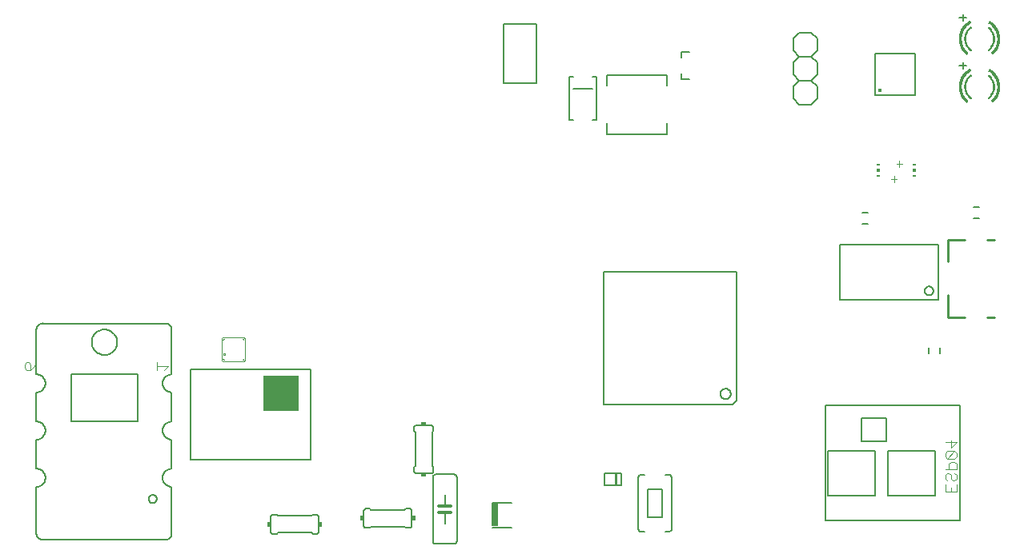
<source format=gbo>
G75*
G70*
%OFA0B0*%
%FSLAX24Y24*%
%IPPOS*%
%LPD*%
%AMOC8*
5,1,8,0,0,1.08239X$1,22.5*
%
%ADD10C,0.0060*%
%ADD11C,0.0100*%
%ADD12C,0.0030*%
%ADD13R,0.0118X0.0059*%
%ADD14R,0.0118X0.0118*%
%ADD15C,0.0010*%
%ADD16C,0.0050*%
%ADD17R,0.0150X0.0200*%
%ADD18C,0.0080*%
%ADD19R,0.0266X0.0965*%
%ADD20C,0.0120*%
%ADD21R,0.0200X0.0150*%
%ADD22C,0.0040*%
%ADD23R,0.1500X0.1500*%
%ADD24C,0.0020*%
%ADD25C,0.0008*%
%ADD26C,0.0176*%
D10*
X013007Y005522D02*
X013007Y006122D01*
X013009Y006139D01*
X013013Y006156D01*
X013020Y006172D01*
X013030Y006186D01*
X013043Y006199D01*
X013057Y006209D01*
X013073Y006216D01*
X013090Y006220D01*
X013107Y006222D01*
X013257Y006222D01*
X013307Y006172D01*
X014707Y006172D01*
X014757Y006222D01*
X014907Y006222D01*
X014924Y006220D01*
X014941Y006216D01*
X014957Y006209D01*
X014971Y006199D01*
X014984Y006186D01*
X014994Y006172D01*
X015001Y006156D01*
X015005Y006139D01*
X015007Y006122D01*
X015007Y005522D01*
X015005Y005505D01*
X015001Y005488D01*
X014994Y005472D01*
X014984Y005458D01*
X014971Y005445D01*
X014957Y005435D01*
X014941Y005428D01*
X014924Y005424D01*
X014907Y005422D01*
X014757Y005422D01*
X014707Y005472D01*
X013307Y005472D01*
X013257Y005422D01*
X013107Y005422D01*
X013090Y005424D01*
X013073Y005428D01*
X013057Y005435D01*
X013043Y005445D01*
X013030Y005458D01*
X013020Y005472D01*
X013013Y005488D01*
X013009Y005505D01*
X013007Y005522D01*
X016882Y005772D02*
X016882Y006372D01*
X016884Y006389D01*
X016888Y006406D01*
X016895Y006422D01*
X016905Y006436D01*
X016918Y006449D01*
X016932Y006459D01*
X016948Y006466D01*
X016965Y006470D01*
X016982Y006472D01*
X017132Y006472D01*
X017182Y006422D01*
X018582Y006422D01*
X018632Y006472D01*
X018782Y006472D01*
X018799Y006470D01*
X018816Y006466D01*
X018832Y006459D01*
X018846Y006449D01*
X018859Y006436D01*
X018869Y006422D01*
X018876Y006406D01*
X018880Y006389D01*
X018882Y006372D01*
X018882Y005772D01*
X018880Y005755D01*
X018876Y005738D01*
X018869Y005722D01*
X018859Y005708D01*
X018846Y005695D01*
X018832Y005685D01*
X018816Y005678D01*
X018799Y005674D01*
X018782Y005672D01*
X018632Y005672D01*
X018582Y005722D01*
X017182Y005722D01*
X017132Y005672D01*
X016982Y005672D01*
X016965Y005674D01*
X016948Y005678D01*
X016932Y005685D01*
X016918Y005695D01*
X016905Y005708D01*
X016895Y005722D01*
X016888Y005738D01*
X016884Y005755D01*
X016882Y005772D01*
X019757Y005097D02*
X019757Y007797D01*
X019759Y007814D01*
X019763Y007831D01*
X019770Y007847D01*
X019780Y007861D01*
X019793Y007874D01*
X019807Y007884D01*
X019823Y007891D01*
X019840Y007895D01*
X019857Y007897D01*
X020657Y007897D01*
X020674Y007895D01*
X020691Y007891D01*
X020707Y007884D01*
X020721Y007874D01*
X020734Y007861D01*
X020744Y007847D01*
X020751Y007831D01*
X020755Y007814D01*
X020757Y007797D01*
X020757Y005097D01*
X020755Y005080D01*
X020751Y005063D01*
X020744Y005047D01*
X020734Y005033D01*
X020721Y005020D01*
X020707Y005010D01*
X020691Y005003D01*
X020674Y004999D01*
X020657Y004997D01*
X019857Y004997D01*
X019840Y004999D01*
X019823Y005003D01*
X019807Y005010D01*
X019793Y005020D01*
X019780Y005033D01*
X019770Y005047D01*
X019763Y005063D01*
X019759Y005080D01*
X019757Y005097D01*
X020257Y005847D02*
X020257Y006317D01*
X020257Y006567D02*
X020257Y007047D01*
X019682Y007947D02*
X019082Y007947D01*
X019065Y007949D01*
X019048Y007953D01*
X019032Y007960D01*
X019018Y007970D01*
X019005Y007983D01*
X018995Y007997D01*
X018988Y008013D01*
X018984Y008030D01*
X018982Y008047D01*
X018982Y008197D01*
X019032Y008247D01*
X019032Y009647D01*
X018982Y009697D01*
X018982Y009847D01*
X018984Y009864D01*
X018988Y009881D01*
X018995Y009897D01*
X019005Y009911D01*
X019018Y009924D01*
X019032Y009934D01*
X019048Y009941D01*
X019065Y009945D01*
X019082Y009947D01*
X019682Y009947D01*
X019699Y009945D01*
X019716Y009941D01*
X019732Y009934D01*
X019746Y009924D01*
X019759Y009911D01*
X019769Y009897D01*
X019776Y009881D01*
X019780Y009864D01*
X019782Y009847D01*
X019782Y009697D01*
X019732Y009647D01*
X019732Y008247D01*
X019782Y008197D01*
X019782Y008047D01*
X019780Y008030D01*
X019776Y008013D01*
X019769Y007997D01*
X019759Y007983D01*
X019746Y007970D01*
X019732Y007960D01*
X019716Y007953D01*
X019699Y007949D01*
X019682Y007947D01*
X026862Y010802D02*
X032232Y010802D01*
X032402Y010972D01*
X032402Y016342D01*
X026862Y016342D01*
X026862Y010802D01*
X031727Y011257D02*
X031729Y011286D01*
X031735Y011315D01*
X031744Y011343D01*
X031758Y011369D01*
X031774Y011393D01*
X031794Y011415D01*
X031817Y011434D01*
X031841Y011450D01*
X031868Y011462D01*
X031896Y011471D01*
X031925Y011476D01*
X031954Y011477D01*
X031984Y011474D01*
X032012Y011467D01*
X032040Y011457D01*
X032065Y011442D01*
X032089Y011425D01*
X032110Y011405D01*
X032128Y011382D01*
X032143Y011356D01*
X032155Y011329D01*
X032163Y011301D01*
X032167Y011272D01*
X032167Y011242D01*
X032163Y011213D01*
X032155Y011185D01*
X032143Y011158D01*
X032128Y011132D01*
X032110Y011109D01*
X032089Y011089D01*
X032065Y011072D01*
X032040Y011057D01*
X032012Y011047D01*
X031984Y011040D01*
X031954Y011037D01*
X031925Y011038D01*
X031896Y011043D01*
X031868Y011052D01*
X031841Y011064D01*
X031817Y011080D01*
X031794Y011099D01*
X031774Y011121D01*
X031758Y011145D01*
X031744Y011171D01*
X031735Y011199D01*
X031729Y011228D01*
X031727Y011257D01*
X036710Y015171D02*
X040804Y015171D01*
X040804Y017474D01*
X036710Y017474D01*
X036710Y015171D01*
X040239Y015555D02*
X040241Y015581D01*
X040247Y015607D01*
X040256Y015632D01*
X040269Y015655D01*
X040285Y015676D01*
X040304Y015694D01*
X040326Y015710D01*
X040349Y015722D01*
X040374Y015730D01*
X040400Y015735D01*
X040427Y015736D01*
X040453Y015733D01*
X040478Y015726D01*
X040503Y015716D01*
X040525Y015702D01*
X040546Y015685D01*
X040563Y015666D01*
X040578Y015644D01*
X040589Y015620D01*
X040597Y015594D01*
X040601Y015568D01*
X040601Y015542D01*
X040597Y015516D01*
X040589Y015490D01*
X040578Y015466D01*
X040563Y015444D01*
X040546Y015425D01*
X040525Y015408D01*
X040503Y015394D01*
X040478Y015384D01*
X040453Y015377D01*
X040427Y015374D01*
X040400Y015375D01*
X040374Y015380D01*
X040349Y015388D01*
X040326Y015400D01*
X040304Y015416D01*
X040285Y015434D01*
X040269Y015455D01*
X040256Y015478D01*
X040247Y015503D01*
X040241Y015529D01*
X040239Y015555D01*
X040396Y013190D02*
X040396Y012954D01*
X040868Y012954D02*
X040868Y013190D01*
X037875Y018336D02*
X037639Y018336D01*
X037639Y018808D02*
X037875Y018808D01*
X042264Y018586D02*
X042500Y018586D01*
X042500Y019058D02*
X042264Y019058D01*
X035757Y023572D02*
X035507Y023322D01*
X035007Y023322D01*
X034757Y023572D01*
X034757Y024072D01*
X035007Y024322D01*
X034757Y024572D01*
X034757Y025072D01*
X035007Y025322D01*
X034757Y025572D01*
X034757Y026072D01*
X035007Y026322D01*
X035507Y026322D01*
X035757Y026072D01*
X035757Y025572D01*
X035507Y025322D01*
X035007Y025322D01*
X035507Y025322D02*
X035757Y025072D01*
X035757Y024572D01*
X035507Y024322D01*
X035007Y024322D01*
X035507Y024322D02*
X035757Y024072D01*
X035757Y023572D01*
X030442Y024387D02*
X030122Y024387D01*
X030122Y024607D01*
X030122Y025287D02*
X030122Y025507D01*
X030442Y025507D01*
X024063Y026677D02*
X024063Y024217D01*
X022700Y024217D01*
X022700Y026677D01*
X024063Y026677D01*
D11*
X041201Y017686D02*
X041201Y016781D01*
X041201Y017686D02*
X041909Y017686D01*
X042854Y017686D02*
X043130Y017686D01*
X041201Y015364D02*
X041201Y014458D01*
X041909Y014458D01*
X042854Y014458D02*
X043130Y014458D01*
D12*
X038957Y020087D02*
X038957Y020334D01*
X039080Y020211D02*
X038834Y020211D01*
X039182Y020719D02*
X039182Y020966D01*
X039305Y020842D02*
X039059Y020842D01*
D13*
X038323Y020808D03*
X038323Y020336D03*
X039816Y020336D03*
X039816Y020808D03*
D14*
X039816Y020572D03*
X038323Y020572D03*
D15*
X042105Y024815D02*
X042148Y024735D01*
X042147Y024736D02*
X042101Y024709D01*
X042057Y024678D01*
X042015Y024645D01*
X041975Y024608D01*
X041939Y024569D01*
X041905Y024527D01*
X041874Y024483D01*
X041846Y024437D01*
X041822Y024389D01*
X041801Y024340D01*
X041784Y024289D01*
X041770Y024237D01*
X041760Y024184D01*
X041754Y024131D01*
X041752Y024077D01*
X041663Y024077D01*
X041662Y024077D01*
X041664Y024133D01*
X041670Y024190D01*
X041680Y024245D01*
X041693Y024300D01*
X041710Y024354D01*
X041731Y024406D01*
X041755Y024457D01*
X041782Y024507D01*
X041813Y024554D01*
X041847Y024599D01*
X041883Y024642D01*
X041923Y024683D01*
X041965Y024720D01*
X042010Y024755D01*
X042056Y024787D01*
X042105Y024815D01*
X042109Y024807D01*
X042061Y024779D01*
X042015Y024748D01*
X041971Y024713D01*
X041929Y024676D01*
X041890Y024636D01*
X041854Y024594D01*
X041820Y024549D01*
X041790Y024502D01*
X041763Y024453D01*
X041739Y024403D01*
X041719Y024351D01*
X041702Y024298D01*
X041689Y024243D01*
X041679Y024188D01*
X041673Y024133D01*
X041671Y024077D01*
X041680Y024077D01*
X041682Y024132D01*
X041688Y024187D01*
X041698Y024242D01*
X041711Y024295D01*
X041727Y024348D01*
X041748Y024399D01*
X041771Y024449D01*
X041798Y024498D01*
X041828Y024544D01*
X041861Y024588D01*
X041897Y024630D01*
X041935Y024670D01*
X041977Y024706D01*
X042020Y024740D01*
X042066Y024771D01*
X042113Y024799D01*
X042118Y024791D01*
X042071Y024764D01*
X042025Y024733D01*
X041982Y024700D01*
X041942Y024663D01*
X041903Y024624D01*
X041868Y024583D01*
X041835Y024539D01*
X041806Y024493D01*
X041779Y024445D01*
X041756Y024396D01*
X041736Y024345D01*
X041719Y024293D01*
X041706Y024240D01*
X041697Y024186D01*
X041691Y024132D01*
X041689Y024077D01*
X041698Y024077D01*
X041700Y024131D01*
X041706Y024185D01*
X041715Y024238D01*
X041728Y024290D01*
X041744Y024342D01*
X041764Y024392D01*
X041787Y024441D01*
X041813Y024488D01*
X041843Y024534D01*
X041875Y024577D01*
X041910Y024618D01*
X041948Y024657D01*
X041988Y024693D01*
X042031Y024726D01*
X042075Y024756D01*
X042122Y024783D01*
X042126Y024776D01*
X042080Y024749D01*
X042036Y024719D01*
X041994Y024686D01*
X041954Y024650D01*
X041917Y024612D01*
X041882Y024571D01*
X041850Y024528D01*
X041821Y024484D01*
X041795Y024437D01*
X041772Y024389D01*
X041753Y024339D01*
X041737Y024288D01*
X041724Y024236D01*
X041715Y024183D01*
X041709Y024130D01*
X041707Y024077D01*
X041716Y024077D01*
X041718Y024130D01*
X041724Y024182D01*
X041733Y024234D01*
X041745Y024286D01*
X041761Y024336D01*
X041781Y024385D01*
X041803Y024433D01*
X041829Y024479D01*
X041857Y024523D01*
X041889Y024566D01*
X041923Y024606D01*
X041960Y024644D01*
X042000Y024679D01*
X042041Y024711D01*
X042085Y024741D01*
X042130Y024768D01*
X042135Y024760D01*
X042087Y024731D01*
X042041Y024700D01*
X041997Y024665D01*
X041956Y024627D01*
X041918Y024587D01*
X041883Y024544D01*
X041851Y024498D01*
X041823Y024450D01*
X041797Y024401D01*
X041776Y024349D01*
X041758Y024297D01*
X041744Y024243D01*
X041734Y024188D01*
X041727Y024133D01*
X041725Y024077D01*
X041734Y024077D01*
X041736Y024132D01*
X041743Y024187D01*
X041753Y024241D01*
X041767Y024294D01*
X041784Y024346D01*
X041806Y024397D01*
X041830Y024446D01*
X041859Y024493D01*
X041890Y024538D01*
X041925Y024581D01*
X041963Y024621D01*
X042003Y024658D01*
X042046Y024693D01*
X042091Y024724D01*
X042139Y024752D01*
X042143Y024744D01*
X042096Y024716D01*
X042051Y024685D01*
X042009Y024651D01*
X041969Y024614D01*
X041932Y024575D01*
X041898Y024533D01*
X041866Y024488D01*
X041838Y024442D01*
X041814Y024393D01*
X041793Y024343D01*
X041775Y024291D01*
X041761Y024239D01*
X041751Y024185D01*
X041745Y024131D01*
X041743Y024077D01*
X043351Y024076D02*
X043261Y024076D01*
X043262Y024077D02*
X043260Y024129D01*
X043254Y024181D01*
X043245Y024233D01*
X043232Y024283D01*
X043216Y024333D01*
X043196Y024381D01*
X043173Y024428D01*
X043147Y024473D01*
X043117Y024517D01*
X043085Y024558D01*
X043050Y024597D01*
X043012Y024633D01*
X042972Y024666D01*
X042930Y024697D01*
X042886Y024725D01*
X042930Y024803D01*
X042931Y024803D01*
X042977Y024774D01*
X043022Y024742D01*
X043064Y024707D01*
X043104Y024670D01*
X043142Y024630D01*
X043177Y024587D01*
X043209Y024543D01*
X043238Y024496D01*
X043264Y024448D01*
X043287Y024398D01*
X043306Y024346D01*
X043322Y024294D01*
X043335Y024241D01*
X043344Y024186D01*
X043350Y024132D01*
X043352Y024077D01*
X043343Y024077D01*
X043341Y024131D01*
X043335Y024185D01*
X043326Y024239D01*
X043314Y024292D01*
X043298Y024344D01*
X043278Y024394D01*
X043256Y024444D01*
X043230Y024492D01*
X043201Y024538D01*
X043170Y024582D01*
X043135Y024624D01*
X043098Y024663D01*
X043058Y024700D01*
X043016Y024735D01*
X042972Y024767D01*
X042926Y024795D01*
X042922Y024788D01*
X042967Y024759D01*
X043011Y024728D01*
X043052Y024694D01*
X043092Y024657D01*
X043128Y024618D01*
X043162Y024576D01*
X043194Y024533D01*
X043222Y024487D01*
X043248Y024440D01*
X043270Y024391D01*
X043289Y024341D01*
X043305Y024289D01*
X043317Y024237D01*
X043326Y024184D01*
X043332Y024131D01*
X043334Y024077D01*
X043325Y024077D01*
X043323Y024134D01*
X043316Y024190D01*
X043306Y024246D01*
X043292Y024301D01*
X043275Y024354D01*
X043253Y024407D01*
X043228Y024458D01*
X043200Y024507D01*
X043168Y024554D01*
X043133Y024598D01*
X043095Y024640D01*
X043054Y024680D01*
X043011Y024716D01*
X042965Y024750D01*
X042917Y024780D01*
X042913Y024772D01*
X042960Y024742D01*
X043006Y024709D01*
X043048Y024673D01*
X043089Y024634D01*
X043126Y024593D01*
X043161Y024548D01*
X043192Y024502D01*
X043220Y024454D01*
X043245Y024403D01*
X043266Y024351D01*
X043284Y024298D01*
X043298Y024244D01*
X043308Y024189D01*
X043314Y024133D01*
X043316Y024077D01*
X043307Y024077D01*
X043305Y024132D01*
X043299Y024187D01*
X043289Y024242D01*
X043275Y024296D01*
X043258Y024348D01*
X043237Y024400D01*
X043212Y024449D01*
X043185Y024497D01*
X043154Y024543D01*
X043119Y024587D01*
X043082Y024628D01*
X043042Y024666D01*
X043000Y024702D01*
X042955Y024735D01*
X042908Y024764D01*
X042904Y024756D01*
X042950Y024727D01*
X042994Y024695D01*
X043036Y024660D01*
X043076Y024622D01*
X043113Y024581D01*
X043146Y024538D01*
X043177Y024492D01*
X043204Y024445D01*
X043229Y024396D01*
X043249Y024345D01*
X043266Y024293D01*
X043280Y024240D01*
X043290Y024186D01*
X043296Y024132D01*
X043298Y024077D01*
X043289Y024077D01*
X043287Y024131D01*
X043281Y024185D01*
X043271Y024238D01*
X043258Y024291D01*
X043241Y024342D01*
X043220Y024392D01*
X043197Y024441D01*
X043169Y024488D01*
X043139Y024533D01*
X043106Y024575D01*
X043069Y024615D01*
X043030Y024653D01*
X042989Y024688D01*
X042945Y024720D01*
X042899Y024748D01*
X042895Y024741D01*
X042940Y024712D01*
X042983Y024681D01*
X043024Y024646D01*
X043063Y024609D01*
X043099Y024569D01*
X043132Y024527D01*
X043162Y024483D01*
X043189Y024437D01*
X043212Y024389D01*
X043232Y024339D01*
X043249Y024288D01*
X043262Y024236D01*
X043272Y024184D01*
X043278Y024130D01*
X043280Y024077D01*
X043271Y024077D01*
X043269Y024130D01*
X043263Y024182D01*
X043254Y024234D01*
X043241Y024286D01*
X043224Y024336D01*
X043204Y024385D01*
X043181Y024432D01*
X043154Y024478D01*
X043124Y024522D01*
X043092Y024564D01*
X043056Y024603D01*
X043018Y024640D01*
X042978Y024674D01*
X042935Y024705D01*
X042890Y024733D01*
X041883Y024067D02*
X041933Y024067D01*
X041932Y024067D02*
X041934Y024022D01*
X041940Y023978D01*
X041949Y023934D01*
X041961Y023891D01*
X041977Y023849D01*
X041996Y023809D01*
X042018Y023770D01*
X042043Y023733D01*
X042070Y023698D01*
X042101Y023665D01*
X042134Y023635D01*
X042169Y023607D01*
X042140Y023567D01*
X042140Y023566D01*
X042101Y023596D01*
X042066Y023629D01*
X042033Y023665D01*
X042002Y023703D01*
X041975Y023744D01*
X041951Y023786D01*
X041931Y023830D01*
X041914Y023876D01*
X041900Y023922D01*
X041890Y023970D01*
X041884Y024018D01*
X041882Y024067D01*
X041891Y024067D01*
X041893Y024019D01*
X041899Y023972D01*
X041909Y023925D01*
X041922Y023878D01*
X041939Y023834D01*
X041959Y023790D01*
X041983Y023748D01*
X042010Y023709D01*
X042039Y023671D01*
X042072Y023636D01*
X042107Y023603D01*
X042145Y023574D01*
X042150Y023581D01*
X042113Y023610D01*
X042078Y023642D01*
X042046Y023677D01*
X042017Y023714D01*
X041991Y023753D01*
X041967Y023794D01*
X041947Y023837D01*
X041931Y023881D01*
X041918Y023927D01*
X041908Y023973D01*
X041902Y024020D01*
X041900Y024067D01*
X041909Y024067D01*
X041911Y024021D01*
X041917Y023974D01*
X041926Y023929D01*
X041939Y023884D01*
X041956Y023841D01*
X041975Y023798D01*
X041998Y023758D01*
X042024Y023719D01*
X042053Y023683D01*
X042085Y023649D01*
X042119Y023617D01*
X042155Y023588D01*
X042161Y023596D01*
X042125Y023624D01*
X042091Y023655D01*
X042060Y023689D01*
X042031Y023725D01*
X042006Y023763D01*
X041983Y023802D01*
X041964Y023844D01*
X041948Y023887D01*
X041935Y023931D01*
X041926Y023976D01*
X041920Y024021D01*
X041918Y024067D01*
X041927Y024067D01*
X041929Y024022D01*
X041935Y023977D01*
X041944Y023933D01*
X041956Y023890D01*
X041972Y023847D01*
X041991Y023807D01*
X042013Y023767D01*
X042039Y023730D01*
X042067Y023695D01*
X042097Y023661D01*
X042130Y023631D01*
X042166Y023603D01*
X043056Y023431D02*
X042998Y023499D01*
X042999Y023499D02*
X043038Y023535D01*
X043075Y023575D01*
X043109Y023616D01*
X043140Y023660D01*
X043168Y023706D01*
X043192Y023754D01*
X043213Y023804D01*
X043230Y023855D01*
X043244Y023907D01*
X043254Y023960D01*
X043260Y024013D01*
X043262Y024067D01*
X043351Y024068D01*
X043352Y024067D01*
X043350Y024011D01*
X043344Y023956D01*
X043335Y023901D01*
X043321Y023847D01*
X043305Y023794D01*
X043285Y023742D01*
X043261Y023691D01*
X043235Y023643D01*
X043205Y023596D01*
X043172Y023551D01*
X043136Y023508D01*
X043098Y023468D01*
X043057Y023430D01*
X043051Y023437D01*
X043091Y023474D01*
X043130Y023514D01*
X043165Y023556D01*
X043197Y023601D01*
X043227Y023647D01*
X043253Y023695D01*
X043277Y023745D01*
X043296Y023797D01*
X043313Y023849D01*
X043326Y023903D01*
X043335Y023957D01*
X043341Y024012D01*
X043343Y024067D01*
X043334Y024067D01*
X043332Y024013D01*
X043326Y023958D01*
X043317Y023905D01*
X043304Y023852D01*
X043288Y023800D01*
X043268Y023749D01*
X043245Y023700D01*
X043219Y023652D01*
X043190Y023606D01*
X043158Y023562D01*
X043123Y023520D01*
X043085Y023481D01*
X043045Y023444D01*
X043039Y023451D01*
X043079Y023487D01*
X043116Y023526D01*
X043151Y023567D01*
X043183Y023611D01*
X043212Y023656D01*
X043237Y023704D01*
X043260Y023752D01*
X043279Y023803D01*
X043295Y023854D01*
X043308Y023907D01*
X043317Y023960D01*
X043323Y024013D01*
X043325Y024067D01*
X043316Y024067D01*
X043314Y024014D01*
X043308Y023961D01*
X043299Y023908D01*
X043287Y023857D01*
X043271Y023806D01*
X043252Y023756D01*
X043229Y023708D01*
X043204Y023661D01*
X043175Y023616D01*
X043144Y023573D01*
X043110Y023532D01*
X043073Y023494D01*
X043033Y023458D01*
X043028Y023465D01*
X043066Y023500D01*
X043103Y023538D01*
X043137Y023579D01*
X043168Y023621D01*
X043196Y023665D01*
X043221Y023712D01*
X043243Y023759D01*
X043262Y023809D01*
X043278Y023859D01*
X043290Y023910D01*
X043299Y023962D01*
X043305Y024014D01*
X043307Y024067D01*
X043298Y024067D01*
X043296Y024015D01*
X043290Y023963D01*
X043282Y023912D01*
X043269Y023861D01*
X043254Y023812D01*
X043235Y023763D01*
X043213Y023716D01*
X043188Y023670D01*
X043160Y023626D01*
X043130Y023584D01*
X043096Y023544D01*
X043060Y023507D01*
X043022Y023471D01*
X043016Y023478D01*
X043057Y023516D01*
X043095Y023557D01*
X043130Y023600D01*
X043162Y023645D01*
X043191Y023693D01*
X043216Y023743D01*
X043238Y023794D01*
X043256Y023847D01*
X043270Y023901D01*
X043280Y023956D01*
X043287Y024011D01*
X043289Y024067D01*
X043280Y024067D01*
X043278Y024012D01*
X043271Y023957D01*
X043261Y023903D01*
X043247Y023850D01*
X043230Y023798D01*
X043208Y023747D01*
X043183Y023698D01*
X043155Y023650D01*
X043123Y023605D01*
X043088Y023563D01*
X043051Y023522D01*
X043010Y023485D01*
X043004Y023492D01*
X043044Y023529D01*
X043082Y023569D01*
X043116Y023611D01*
X043147Y023655D01*
X043175Y023702D01*
X043200Y023751D01*
X043221Y023801D01*
X043239Y023852D01*
X043253Y023905D01*
X043263Y023959D01*
X043269Y024013D01*
X043271Y024067D01*
X042129Y024568D02*
X042159Y024528D01*
X042158Y024529D02*
X042124Y024501D01*
X042093Y024471D01*
X042064Y024439D01*
X042037Y024404D01*
X042014Y024367D01*
X041993Y024329D01*
X041975Y024289D01*
X041960Y024249D01*
X041948Y024207D01*
X041939Y024164D01*
X041934Y024121D01*
X041932Y024077D01*
X041883Y024076D01*
X041882Y024077D01*
X041884Y024124D01*
X041890Y024172D01*
X041899Y024218D01*
X041912Y024264D01*
X041928Y024308D01*
X041948Y024352D01*
X041971Y024393D01*
X041997Y024433D01*
X042026Y024471D01*
X042057Y024506D01*
X042091Y024539D01*
X042128Y024569D01*
X042133Y024562D01*
X042097Y024532D01*
X042064Y024500D01*
X042032Y024465D01*
X042004Y024428D01*
X041979Y024388D01*
X041956Y024347D01*
X041937Y024305D01*
X041921Y024261D01*
X041908Y024216D01*
X041899Y024170D01*
X041893Y024124D01*
X041891Y024077D01*
X041900Y024077D01*
X041902Y024123D01*
X041908Y024169D01*
X041917Y024214D01*
X041929Y024258D01*
X041945Y024302D01*
X041964Y024343D01*
X041986Y024384D01*
X042011Y024422D01*
X042039Y024459D01*
X042070Y024493D01*
X042103Y024525D01*
X042139Y024555D01*
X042144Y024547D01*
X042109Y024519D01*
X042077Y024487D01*
X042046Y024453D01*
X042019Y024417D01*
X041994Y024379D01*
X041972Y024339D01*
X041953Y024298D01*
X041938Y024255D01*
X041926Y024212D01*
X041917Y024167D01*
X041911Y024122D01*
X041909Y024077D01*
X041918Y024077D01*
X041920Y024122D01*
X041926Y024166D01*
X041934Y024210D01*
X041946Y024253D01*
X041962Y024295D01*
X041980Y024335D01*
X042002Y024375D01*
X042026Y024412D01*
X042053Y024447D01*
X042083Y024481D01*
X042115Y024512D01*
X042150Y024540D01*
X042155Y024533D01*
X042121Y024505D01*
X042089Y024475D01*
X042060Y024442D01*
X042033Y024407D01*
X042009Y024370D01*
X041988Y024331D01*
X041970Y024291D01*
X041955Y024250D01*
X041943Y024208D01*
X041934Y024165D01*
X041929Y024121D01*
X041927Y024077D01*
X041663Y024068D02*
X041753Y024068D01*
X041752Y024067D02*
X041754Y024013D01*
X041761Y023959D01*
X041771Y023906D01*
X041784Y023853D01*
X041802Y023802D01*
X041823Y023752D01*
X041848Y023703D01*
X041876Y023657D01*
X041908Y023613D01*
X041942Y023571D01*
X041980Y023532D01*
X042020Y023495D01*
X041963Y023427D01*
X041962Y023426D01*
X041920Y023464D01*
X041881Y023504D01*
X041845Y023547D01*
X041812Y023592D01*
X041781Y023639D01*
X041754Y023688D01*
X041730Y023739D01*
X041710Y023792D01*
X041693Y023845D01*
X041680Y023900D01*
X041670Y023955D01*
X041664Y024011D01*
X041662Y024067D01*
X041671Y024067D01*
X041673Y024011D01*
X041679Y023956D01*
X041689Y023902D01*
X041702Y023848D01*
X041718Y023795D01*
X041739Y023743D01*
X041762Y023692D01*
X041789Y023644D01*
X041819Y023597D01*
X041852Y023552D01*
X041888Y023510D01*
X041927Y023470D01*
X041968Y023433D01*
X041974Y023440D01*
X041933Y023477D01*
X041895Y023516D01*
X041859Y023558D01*
X041826Y023602D01*
X041797Y023648D01*
X041770Y023697D01*
X041747Y023746D01*
X041727Y023798D01*
X041710Y023850D01*
X041697Y023903D01*
X041688Y023957D01*
X041682Y024012D01*
X041680Y024067D01*
X041689Y024067D01*
X041691Y024013D01*
X041697Y023959D01*
X041706Y023905D01*
X041719Y023852D01*
X041735Y023800D01*
X041755Y023750D01*
X041778Y023701D01*
X041804Y023653D01*
X041834Y023607D01*
X041866Y023564D01*
X041901Y023522D01*
X041939Y023483D01*
X041979Y023447D01*
X041985Y023454D01*
X041945Y023490D01*
X041908Y023528D01*
X041873Y023569D01*
X041841Y023612D01*
X041812Y023658D01*
X041786Y023705D01*
X041763Y023753D01*
X041744Y023803D01*
X041728Y023855D01*
X041715Y023907D01*
X041706Y023960D01*
X041700Y024013D01*
X041698Y024067D01*
X041707Y024067D01*
X041709Y024014D01*
X041715Y023961D01*
X041724Y023909D01*
X041736Y023857D01*
X041752Y023806D01*
X041772Y023757D01*
X041794Y023709D01*
X041820Y023662D01*
X041849Y023618D01*
X041880Y023575D01*
X041915Y023534D01*
X041952Y023496D01*
X041991Y023461D01*
X041997Y023468D01*
X041958Y023503D01*
X041921Y023540D01*
X041887Y023581D01*
X041856Y023623D01*
X041828Y023667D01*
X041802Y023713D01*
X041780Y023760D01*
X041761Y023809D01*
X041745Y023860D01*
X041733Y023911D01*
X041724Y023962D01*
X041718Y024015D01*
X041716Y024067D01*
X041725Y024067D01*
X041727Y024015D01*
X041733Y023964D01*
X041741Y023912D01*
X041754Y023862D01*
X041769Y023812D01*
X041788Y023764D01*
X041810Y023717D01*
X041835Y023672D01*
X041863Y023628D01*
X041894Y023586D01*
X041928Y023547D01*
X041964Y023509D01*
X042003Y023474D01*
X042008Y023481D01*
X041970Y023516D01*
X041934Y023553D01*
X041901Y023592D01*
X041871Y023633D01*
X041843Y023676D01*
X041818Y023721D01*
X041796Y023768D01*
X041778Y023815D01*
X041762Y023864D01*
X041750Y023914D01*
X041741Y023965D01*
X041736Y024016D01*
X041734Y024067D01*
X041743Y024067D01*
X041745Y024012D01*
X041752Y023958D01*
X041762Y023904D01*
X041776Y023850D01*
X041794Y023799D01*
X041815Y023748D01*
X041840Y023699D01*
X041869Y023652D01*
X041901Y023607D01*
X041935Y023565D01*
X041973Y023525D01*
X042014Y023488D01*
X043131Y024077D02*
X043081Y024077D01*
X043082Y024077D02*
X043080Y024124D01*
X043074Y024170D01*
X043064Y024215D01*
X043050Y024260D01*
X043033Y024303D01*
X043013Y024345D01*
X042989Y024385D01*
X042962Y024424D01*
X042932Y024459D01*
X042899Y024492D01*
X042864Y024523D01*
X042894Y024562D01*
X042895Y024562D01*
X042930Y024532D01*
X042963Y024499D01*
X042994Y024464D01*
X043021Y024427D01*
X043046Y024388D01*
X043068Y024347D01*
X043087Y024304D01*
X043103Y024260D01*
X043115Y024215D01*
X043124Y024170D01*
X043130Y024123D01*
X043132Y024077D01*
X043123Y024077D01*
X043121Y024123D01*
X043115Y024168D01*
X043107Y024213D01*
X043094Y024258D01*
X043079Y024301D01*
X043060Y024343D01*
X043039Y024383D01*
X043014Y024422D01*
X042987Y024459D01*
X042957Y024493D01*
X042924Y024525D01*
X042889Y024555D01*
X042884Y024548D01*
X042918Y024519D01*
X042950Y024487D01*
X042980Y024453D01*
X043007Y024417D01*
X043031Y024379D01*
X043052Y024339D01*
X043071Y024297D01*
X043086Y024255D01*
X043098Y024211D01*
X043107Y024167D01*
X043112Y024122D01*
X043114Y024077D01*
X043105Y024077D01*
X043103Y024125D01*
X043096Y024174D01*
X043086Y024221D01*
X043072Y024268D01*
X043054Y024313D01*
X043033Y024356D01*
X043008Y024398D01*
X042980Y024438D01*
X042949Y024475D01*
X042915Y024509D01*
X042878Y024541D01*
X042873Y024534D01*
X042909Y024503D01*
X042942Y024469D01*
X042973Y024432D01*
X043001Y024393D01*
X043025Y024352D01*
X043046Y024309D01*
X043064Y024265D01*
X043077Y024219D01*
X043087Y024172D01*
X043094Y024125D01*
X043096Y024077D01*
X043087Y024077D01*
X043085Y024124D01*
X043079Y024171D01*
X043069Y024217D01*
X043055Y024262D01*
X043038Y024305D01*
X043017Y024348D01*
X042993Y024388D01*
X042966Y024427D01*
X042936Y024463D01*
X042903Y024496D01*
X042867Y024527D01*
X042894Y023582D02*
X042863Y023622D01*
X042864Y023621D02*
X042899Y023652D01*
X042932Y023685D01*
X042962Y023720D01*
X042989Y023759D01*
X043013Y023799D01*
X043033Y023841D01*
X043050Y023884D01*
X043064Y023929D01*
X043074Y023974D01*
X043080Y024020D01*
X043082Y024067D01*
X043131Y024067D01*
X043132Y024067D01*
X043130Y024021D01*
X043124Y023974D01*
X043115Y023929D01*
X043103Y023884D01*
X043087Y023840D01*
X043068Y023797D01*
X043046Y023756D01*
X043021Y023717D01*
X042994Y023680D01*
X042963Y023645D01*
X042930Y023612D01*
X042895Y023582D01*
X042889Y023589D01*
X042924Y023619D01*
X042957Y023651D01*
X042987Y023685D01*
X043014Y023722D01*
X043039Y023761D01*
X043060Y023801D01*
X043079Y023843D01*
X043094Y023886D01*
X043107Y023931D01*
X043115Y023976D01*
X043121Y024021D01*
X043123Y024067D01*
X043114Y024067D01*
X043112Y024022D01*
X043107Y023977D01*
X043098Y023933D01*
X043086Y023889D01*
X043071Y023847D01*
X043052Y023805D01*
X043031Y023765D01*
X043007Y023727D01*
X042980Y023691D01*
X042950Y023657D01*
X042918Y023625D01*
X042884Y023596D01*
X042878Y023603D01*
X042915Y023635D01*
X042949Y023669D01*
X042980Y023706D01*
X043008Y023746D01*
X043033Y023788D01*
X043054Y023831D01*
X043072Y023876D01*
X043086Y023923D01*
X043096Y023970D01*
X043103Y024019D01*
X043105Y024067D01*
X043096Y024067D01*
X043094Y024019D01*
X043087Y023972D01*
X043077Y023925D01*
X043064Y023879D01*
X043046Y023835D01*
X043025Y023792D01*
X043001Y023751D01*
X042973Y023712D01*
X042942Y023675D01*
X042909Y023641D01*
X042873Y023610D01*
X042867Y023617D01*
X042903Y023648D01*
X042936Y023681D01*
X042966Y023717D01*
X042993Y023756D01*
X043017Y023796D01*
X043038Y023839D01*
X043055Y023882D01*
X043069Y023927D01*
X043079Y023973D01*
X043085Y024020D01*
X043087Y024067D01*
X042105Y026815D02*
X042148Y026735D01*
X042147Y026736D02*
X042101Y026709D01*
X042057Y026678D01*
X042015Y026645D01*
X041975Y026608D01*
X041939Y026569D01*
X041905Y026527D01*
X041874Y026483D01*
X041846Y026437D01*
X041822Y026389D01*
X041801Y026340D01*
X041784Y026289D01*
X041770Y026237D01*
X041760Y026184D01*
X041754Y026131D01*
X041752Y026077D01*
X041663Y026077D01*
X041662Y026077D01*
X041664Y026133D01*
X041670Y026190D01*
X041680Y026245D01*
X041693Y026300D01*
X041710Y026354D01*
X041731Y026406D01*
X041755Y026457D01*
X041782Y026507D01*
X041813Y026554D01*
X041847Y026599D01*
X041883Y026642D01*
X041923Y026683D01*
X041965Y026720D01*
X042010Y026755D01*
X042056Y026787D01*
X042105Y026815D01*
X042109Y026807D01*
X042061Y026779D01*
X042015Y026748D01*
X041971Y026713D01*
X041929Y026676D01*
X041890Y026636D01*
X041854Y026594D01*
X041820Y026549D01*
X041790Y026502D01*
X041763Y026453D01*
X041739Y026403D01*
X041719Y026351D01*
X041702Y026298D01*
X041689Y026243D01*
X041679Y026188D01*
X041673Y026133D01*
X041671Y026077D01*
X041680Y026077D01*
X041682Y026132D01*
X041688Y026187D01*
X041698Y026242D01*
X041711Y026295D01*
X041727Y026348D01*
X041748Y026399D01*
X041771Y026449D01*
X041798Y026498D01*
X041828Y026544D01*
X041861Y026588D01*
X041897Y026630D01*
X041935Y026670D01*
X041977Y026706D01*
X042020Y026740D01*
X042066Y026771D01*
X042113Y026799D01*
X042118Y026791D01*
X042071Y026764D01*
X042025Y026733D01*
X041982Y026700D01*
X041942Y026663D01*
X041903Y026624D01*
X041868Y026583D01*
X041835Y026539D01*
X041806Y026493D01*
X041779Y026445D01*
X041756Y026396D01*
X041736Y026345D01*
X041719Y026293D01*
X041706Y026240D01*
X041697Y026186D01*
X041691Y026132D01*
X041689Y026077D01*
X041698Y026077D01*
X041700Y026131D01*
X041706Y026185D01*
X041715Y026238D01*
X041728Y026290D01*
X041744Y026342D01*
X041764Y026392D01*
X041787Y026441D01*
X041813Y026488D01*
X041843Y026534D01*
X041875Y026577D01*
X041910Y026618D01*
X041948Y026657D01*
X041988Y026693D01*
X042031Y026726D01*
X042075Y026756D01*
X042122Y026783D01*
X042126Y026776D01*
X042080Y026749D01*
X042036Y026719D01*
X041994Y026686D01*
X041954Y026650D01*
X041917Y026612D01*
X041882Y026571D01*
X041850Y026528D01*
X041821Y026484D01*
X041795Y026437D01*
X041772Y026389D01*
X041753Y026339D01*
X041737Y026288D01*
X041724Y026236D01*
X041715Y026183D01*
X041709Y026130D01*
X041707Y026077D01*
X041716Y026077D01*
X041718Y026130D01*
X041724Y026182D01*
X041733Y026234D01*
X041745Y026286D01*
X041761Y026336D01*
X041781Y026385D01*
X041803Y026433D01*
X041829Y026479D01*
X041857Y026523D01*
X041889Y026566D01*
X041923Y026606D01*
X041960Y026644D01*
X042000Y026679D01*
X042041Y026711D01*
X042085Y026741D01*
X042130Y026768D01*
X042135Y026760D01*
X042087Y026731D01*
X042041Y026700D01*
X041997Y026665D01*
X041956Y026627D01*
X041918Y026587D01*
X041883Y026544D01*
X041851Y026498D01*
X041823Y026450D01*
X041797Y026401D01*
X041776Y026349D01*
X041758Y026297D01*
X041744Y026243D01*
X041734Y026188D01*
X041727Y026133D01*
X041725Y026077D01*
X041734Y026077D01*
X041736Y026132D01*
X041743Y026187D01*
X041753Y026241D01*
X041767Y026294D01*
X041784Y026346D01*
X041806Y026397D01*
X041830Y026446D01*
X041859Y026493D01*
X041890Y026538D01*
X041925Y026581D01*
X041963Y026621D01*
X042003Y026658D01*
X042046Y026693D01*
X042091Y026724D01*
X042139Y026752D01*
X042143Y026744D01*
X042096Y026716D01*
X042051Y026685D01*
X042009Y026651D01*
X041969Y026614D01*
X041932Y026575D01*
X041898Y026533D01*
X041866Y026488D01*
X041838Y026442D01*
X041814Y026393D01*
X041793Y026343D01*
X041775Y026291D01*
X041761Y026239D01*
X041751Y026185D01*
X041745Y026131D01*
X041743Y026077D01*
X043351Y026076D02*
X043261Y026076D01*
X043262Y026077D02*
X043260Y026129D01*
X043254Y026181D01*
X043245Y026233D01*
X043232Y026283D01*
X043216Y026333D01*
X043196Y026381D01*
X043173Y026428D01*
X043147Y026473D01*
X043117Y026517D01*
X043085Y026558D01*
X043050Y026597D01*
X043012Y026633D01*
X042972Y026666D01*
X042930Y026697D01*
X042886Y026725D01*
X042930Y026803D01*
X042931Y026803D01*
X042977Y026774D01*
X043022Y026742D01*
X043064Y026707D01*
X043104Y026670D01*
X043142Y026630D01*
X043177Y026587D01*
X043209Y026543D01*
X043238Y026496D01*
X043264Y026448D01*
X043287Y026398D01*
X043306Y026346D01*
X043322Y026294D01*
X043335Y026241D01*
X043344Y026186D01*
X043350Y026132D01*
X043352Y026077D01*
X043343Y026077D01*
X043341Y026131D01*
X043335Y026185D01*
X043326Y026239D01*
X043314Y026292D01*
X043298Y026344D01*
X043278Y026394D01*
X043256Y026444D01*
X043230Y026492D01*
X043201Y026538D01*
X043170Y026582D01*
X043135Y026624D01*
X043098Y026663D01*
X043058Y026700D01*
X043016Y026735D01*
X042972Y026767D01*
X042926Y026795D01*
X042922Y026788D01*
X042967Y026759D01*
X043011Y026728D01*
X043052Y026694D01*
X043092Y026657D01*
X043128Y026618D01*
X043162Y026576D01*
X043194Y026533D01*
X043222Y026487D01*
X043248Y026440D01*
X043270Y026391D01*
X043289Y026341D01*
X043305Y026289D01*
X043317Y026237D01*
X043326Y026184D01*
X043332Y026131D01*
X043334Y026077D01*
X043325Y026077D01*
X043323Y026134D01*
X043316Y026190D01*
X043306Y026246D01*
X043292Y026301D01*
X043275Y026354D01*
X043253Y026407D01*
X043228Y026458D01*
X043200Y026507D01*
X043168Y026554D01*
X043133Y026598D01*
X043095Y026640D01*
X043054Y026680D01*
X043011Y026716D01*
X042965Y026750D01*
X042917Y026780D01*
X042913Y026772D01*
X042960Y026742D01*
X043006Y026709D01*
X043048Y026673D01*
X043089Y026634D01*
X043126Y026593D01*
X043161Y026548D01*
X043192Y026502D01*
X043220Y026454D01*
X043245Y026403D01*
X043266Y026351D01*
X043284Y026298D01*
X043298Y026244D01*
X043308Y026189D01*
X043314Y026133D01*
X043316Y026077D01*
X043307Y026077D01*
X043305Y026132D01*
X043299Y026187D01*
X043289Y026242D01*
X043275Y026296D01*
X043258Y026348D01*
X043237Y026400D01*
X043212Y026449D01*
X043185Y026497D01*
X043154Y026543D01*
X043119Y026587D01*
X043082Y026628D01*
X043042Y026666D01*
X043000Y026702D01*
X042955Y026735D01*
X042908Y026764D01*
X042904Y026756D01*
X042950Y026727D01*
X042994Y026695D01*
X043036Y026660D01*
X043076Y026622D01*
X043113Y026581D01*
X043146Y026538D01*
X043177Y026492D01*
X043204Y026445D01*
X043229Y026396D01*
X043249Y026345D01*
X043266Y026293D01*
X043280Y026240D01*
X043290Y026186D01*
X043296Y026132D01*
X043298Y026077D01*
X043289Y026077D01*
X043287Y026131D01*
X043281Y026185D01*
X043271Y026238D01*
X043258Y026291D01*
X043241Y026342D01*
X043220Y026392D01*
X043197Y026441D01*
X043169Y026488D01*
X043139Y026533D01*
X043106Y026575D01*
X043069Y026615D01*
X043030Y026653D01*
X042989Y026688D01*
X042945Y026720D01*
X042899Y026748D01*
X042895Y026741D01*
X042940Y026712D01*
X042983Y026681D01*
X043024Y026646D01*
X043063Y026609D01*
X043099Y026569D01*
X043132Y026527D01*
X043162Y026483D01*
X043189Y026437D01*
X043212Y026389D01*
X043232Y026339D01*
X043249Y026288D01*
X043262Y026236D01*
X043272Y026184D01*
X043278Y026130D01*
X043280Y026077D01*
X043271Y026077D01*
X043269Y026130D01*
X043263Y026182D01*
X043254Y026234D01*
X043241Y026286D01*
X043224Y026336D01*
X043204Y026385D01*
X043181Y026432D01*
X043154Y026478D01*
X043124Y026522D01*
X043092Y026564D01*
X043056Y026603D01*
X043018Y026640D01*
X042978Y026674D01*
X042935Y026705D01*
X042890Y026733D01*
X041883Y026067D02*
X041933Y026067D01*
X041932Y026067D02*
X041934Y026022D01*
X041940Y025978D01*
X041949Y025934D01*
X041961Y025891D01*
X041977Y025849D01*
X041996Y025809D01*
X042018Y025770D01*
X042043Y025733D01*
X042070Y025698D01*
X042101Y025665D01*
X042134Y025635D01*
X042169Y025607D01*
X042140Y025567D01*
X042140Y025566D01*
X042101Y025596D01*
X042066Y025629D01*
X042033Y025665D01*
X042002Y025703D01*
X041975Y025744D01*
X041951Y025786D01*
X041931Y025830D01*
X041914Y025876D01*
X041900Y025922D01*
X041890Y025970D01*
X041884Y026018D01*
X041882Y026067D01*
X041891Y026067D01*
X041893Y026019D01*
X041899Y025972D01*
X041909Y025925D01*
X041922Y025878D01*
X041939Y025834D01*
X041959Y025790D01*
X041983Y025748D01*
X042010Y025709D01*
X042039Y025671D01*
X042072Y025636D01*
X042107Y025603D01*
X042145Y025574D01*
X042150Y025581D01*
X042113Y025610D01*
X042078Y025642D01*
X042046Y025677D01*
X042017Y025714D01*
X041991Y025753D01*
X041967Y025794D01*
X041947Y025837D01*
X041931Y025881D01*
X041918Y025927D01*
X041908Y025973D01*
X041902Y026020D01*
X041900Y026067D01*
X041909Y026067D01*
X041911Y026021D01*
X041917Y025974D01*
X041926Y025929D01*
X041939Y025884D01*
X041956Y025841D01*
X041975Y025798D01*
X041998Y025758D01*
X042024Y025719D01*
X042053Y025683D01*
X042085Y025649D01*
X042119Y025617D01*
X042155Y025588D01*
X042161Y025596D01*
X042125Y025624D01*
X042091Y025655D01*
X042060Y025689D01*
X042031Y025725D01*
X042006Y025763D01*
X041983Y025802D01*
X041964Y025844D01*
X041948Y025887D01*
X041935Y025931D01*
X041926Y025976D01*
X041920Y026021D01*
X041918Y026067D01*
X041927Y026067D01*
X041929Y026022D01*
X041935Y025977D01*
X041944Y025933D01*
X041956Y025890D01*
X041972Y025847D01*
X041991Y025807D01*
X042013Y025767D01*
X042039Y025730D01*
X042067Y025695D01*
X042097Y025661D01*
X042130Y025631D01*
X042166Y025603D01*
X043056Y025431D02*
X042998Y025499D01*
X042999Y025499D02*
X043038Y025535D01*
X043075Y025575D01*
X043109Y025616D01*
X043140Y025660D01*
X043168Y025706D01*
X043192Y025754D01*
X043213Y025804D01*
X043230Y025855D01*
X043244Y025907D01*
X043254Y025960D01*
X043260Y026013D01*
X043262Y026067D01*
X043351Y026068D01*
X043352Y026067D01*
X043350Y026011D01*
X043344Y025956D01*
X043335Y025901D01*
X043321Y025847D01*
X043305Y025794D01*
X043285Y025742D01*
X043261Y025691D01*
X043235Y025643D01*
X043205Y025596D01*
X043172Y025551D01*
X043136Y025508D01*
X043098Y025468D01*
X043057Y025430D01*
X043051Y025437D01*
X043091Y025474D01*
X043130Y025514D01*
X043165Y025556D01*
X043197Y025601D01*
X043227Y025647D01*
X043253Y025695D01*
X043277Y025745D01*
X043296Y025797D01*
X043313Y025849D01*
X043326Y025903D01*
X043335Y025957D01*
X043341Y026012D01*
X043343Y026067D01*
X043334Y026067D01*
X043332Y026013D01*
X043326Y025958D01*
X043317Y025905D01*
X043304Y025852D01*
X043288Y025800D01*
X043268Y025749D01*
X043245Y025700D01*
X043219Y025652D01*
X043190Y025606D01*
X043158Y025562D01*
X043123Y025520D01*
X043085Y025481D01*
X043045Y025444D01*
X043039Y025451D01*
X043079Y025487D01*
X043116Y025526D01*
X043151Y025567D01*
X043183Y025611D01*
X043212Y025656D01*
X043237Y025704D01*
X043260Y025752D01*
X043279Y025803D01*
X043295Y025854D01*
X043308Y025907D01*
X043317Y025960D01*
X043323Y026013D01*
X043325Y026067D01*
X043316Y026067D01*
X043314Y026014D01*
X043308Y025961D01*
X043299Y025908D01*
X043287Y025857D01*
X043271Y025806D01*
X043252Y025756D01*
X043229Y025708D01*
X043204Y025661D01*
X043175Y025616D01*
X043144Y025573D01*
X043110Y025532D01*
X043073Y025494D01*
X043033Y025458D01*
X043028Y025465D01*
X043066Y025500D01*
X043103Y025538D01*
X043137Y025579D01*
X043168Y025621D01*
X043196Y025665D01*
X043221Y025712D01*
X043243Y025759D01*
X043262Y025809D01*
X043278Y025859D01*
X043290Y025910D01*
X043299Y025962D01*
X043305Y026014D01*
X043307Y026067D01*
X043298Y026067D01*
X043296Y026015D01*
X043290Y025963D01*
X043282Y025912D01*
X043269Y025861D01*
X043254Y025812D01*
X043235Y025763D01*
X043213Y025716D01*
X043188Y025670D01*
X043160Y025626D01*
X043130Y025584D01*
X043096Y025544D01*
X043060Y025507D01*
X043022Y025471D01*
X043016Y025478D01*
X043057Y025516D01*
X043095Y025557D01*
X043130Y025600D01*
X043162Y025645D01*
X043191Y025693D01*
X043216Y025743D01*
X043238Y025794D01*
X043256Y025847D01*
X043270Y025901D01*
X043280Y025956D01*
X043287Y026011D01*
X043289Y026067D01*
X043280Y026067D01*
X043278Y026012D01*
X043271Y025957D01*
X043261Y025903D01*
X043247Y025850D01*
X043230Y025798D01*
X043208Y025747D01*
X043183Y025698D01*
X043155Y025650D01*
X043123Y025605D01*
X043088Y025563D01*
X043051Y025522D01*
X043010Y025485D01*
X043004Y025492D01*
X043044Y025529D01*
X043082Y025569D01*
X043116Y025611D01*
X043147Y025655D01*
X043175Y025702D01*
X043200Y025751D01*
X043221Y025801D01*
X043239Y025852D01*
X043253Y025905D01*
X043263Y025959D01*
X043269Y026013D01*
X043271Y026067D01*
X042129Y026568D02*
X042159Y026528D01*
X042158Y026529D02*
X042124Y026501D01*
X042093Y026471D01*
X042064Y026439D01*
X042037Y026404D01*
X042014Y026367D01*
X041993Y026329D01*
X041975Y026289D01*
X041960Y026249D01*
X041948Y026207D01*
X041939Y026164D01*
X041934Y026121D01*
X041932Y026077D01*
X041883Y026076D01*
X041882Y026077D01*
X041884Y026124D01*
X041890Y026172D01*
X041899Y026218D01*
X041912Y026264D01*
X041928Y026308D01*
X041948Y026352D01*
X041971Y026393D01*
X041997Y026433D01*
X042026Y026471D01*
X042057Y026506D01*
X042091Y026539D01*
X042128Y026569D01*
X042133Y026562D01*
X042097Y026532D01*
X042064Y026500D01*
X042032Y026465D01*
X042004Y026428D01*
X041979Y026388D01*
X041956Y026347D01*
X041937Y026305D01*
X041921Y026261D01*
X041908Y026216D01*
X041899Y026170D01*
X041893Y026124D01*
X041891Y026077D01*
X041900Y026077D01*
X041902Y026123D01*
X041908Y026169D01*
X041917Y026214D01*
X041929Y026258D01*
X041945Y026302D01*
X041964Y026343D01*
X041986Y026384D01*
X042011Y026422D01*
X042039Y026459D01*
X042070Y026493D01*
X042103Y026525D01*
X042139Y026555D01*
X042144Y026547D01*
X042109Y026519D01*
X042077Y026487D01*
X042046Y026453D01*
X042019Y026417D01*
X041994Y026379D01*
X041972Y026339D01*
X041953Y026298D01*
X041938Y026255D01*
X041926Y026212D01*
X041917Y026167D01*
X041911Y026122D01*
X041909Y026077D01*
X041918Y026077D01*
X041920Y026122D01*
X041926Y026166D01*
X041934Y026210D01*
X041946Y026253D01*
X041962Y026295D01*
X041980Y026335D01*
X042002Y026375D01*
X042026Y026412D01*
X042053Y026447D01*
X042083Y026481D01*
X042115Y026512D01*
X042150Y026540D01*
X042155Y026533D01*
X042121Y026505D01*
X042089Y026475D01*
X042060Y026442D01*
X042033Y026407D01*
X042009Y026370D01*
X041988Y026331D01*
X041970Y026291D01*
X041955Y026250D01*
X041943Y026208D01*
X041934Y026165D01*
X041929Y026121D01*
X041927Y026077D01*
X041663Y026068D02*
X041753Y026068D01*
X041752Y026067D02*
X041754Y026013D01*
X041761Y025959D01*
X041771Y025906D01*
X041784Y025853D01*
X041802Y025802D01*
X041823Y025752D01*
X041848Y025703D01*
X041876Y025657D01*
X041908Y025613D01*
X041942Y025571D01*
X041980Y025532D01*
X042020Y025495D01*
X041963Y025427D01*
X041962Y025426D01*
X041920Y025464D01*
X041881Y025504D01*
X041845Y025547D01*
X041812Y025592D01*
X041781Y025639D01*
X041754Y025688D01*
X041730Y025739D01*
X041710Y025792D01*
X041693Y025845D01*
X041680Y025900D01*
X041670Y025955D01*
X041664Y026011D01*
X041662Y026067D01*
X041671Y026067D01*
X041673Y026011D01*
X041679Y025956D01*
X041689Y025902D01*
X041702Y025848D01*
X041718Y025795D01*
X041739Y025743D01*
X041762Y025692D01*
X041789Y025644D01*
X041819Y025597D01*
X041852Y025552D01*
X041888Y025510D01*
X041927Y025470D01*
X041968Y025433D01*
X041974Y025440D01*
X041933Y025477D01*
X041895Y025516D01*
X041859Y025558D01*
X041826Y025602D01*
X041797Y025648D01*
X041770Y025697D01*
X041747Y025746D01*
X041727Y025798D01*
X041710Y025850D01*
X041697Y025903D01*
X041688Y025957D01*
X041682Y026012D01*
X041680Y026067D01*
X041689Y026067D01*
X041691Y026013D01*
X041697Y025959D01*
X041706Y025905D01*
X041719Y025852D01*
X041735Y025800D01*
X041755Y025750D01*
X041778Y025701D01*
X041804Y025653D01*
X041834Y025607D01*
X041866Y025564D01*
X041901Y025522D01*
X041939Y025483D01*
X041979Y025447D01*
X041985Y025454D01*
X041945Y025490D01*
X041908Y025528D01*
X041873Y025569D01*
X041841Y025612D01*
X041812Y025658D01*
X041786Y025705D01*
X041763Y025753D01*
X041744Y025803D01*
X041728Y025855D01*
X041715Y025907D01*
X041706Y025960D01*
X041700Y026013D01*
X041698Y026067D01*
X041707Y026067D01*
X041709Y026014D01*
X041715Y025961D01*
X041724Y025909D01*
X041736Y025857D01*
X041752Y025806D01*
X041772Y025757D01*
X041794Y025709D01*
X041820Y025662D01*
X041849Y025618D01*
X041880Y025575D01*
X041915Y025534D01*
X041952Y025496D01*
X041991Y025461D01*
X041997Y025468D01*
X041958Y025503D01*
X041921Y025540D01*
X041887Y025581D01*
X041856Y025623D01*
X041828Y025667D01*
X041802Y025713D01*
X041780Y025760D01*
X041761Y025809D01*
X041745Y025860D01*
X041733Y025911D01*
X041724Y025962D01*
X041718Y026015D01*
X041716Y026067D01*
X041725Y026067D01*
X041727Y026015D01*
X041733Y025964D01*
X041741Y025912D01*
X041754Y025862D01*
X041769Y025812D01*
X041788Y025764D01*
X041810Y025717D01*
X041835Y025672D01*
X041863Y025628D01*
X041894Y025586D01*
X041928Y025547D01*
X041964Y025509D01*
X042003Y025474D01*
X042008Y025481D01*
X041970Y025516D01*
X041934Y025553D01*
X041901Y025592D01*
X041871Y025633D01*
X041843Y025676D01*
X041818Y025721D01*
X041796Y025768D01*
X041778Y025815D01*
X041762Y025864D01*
X041750Y025914D01*
X041741Y025965D01*
X041736Y026016D01*
X041734Y026067D01*
X041743Y026067D01*
X041745Y026012D01*
X041752Y025958D01*
X041762Y025904D01*
X041776Y025850D01*
X041794Y025799D01*
X041815Y025748D01*
X041840Y025699D01*
X041869Y025652D01*
X041901Y025607D01*
X041935Y025565D01*
X041973Y025525D01*
X042014Y025488D01*
X043131Y026077D02*
X043081Y026077D01*
X043082Y026077D02*
X043080Y026124D01*
X043074Y026170D01*
X043064Y026215D01*
X043050Y026260D01*
X043033Y026303D01*
X043013Y026345D01*
X042989Y026385D01*
X042962Y026424D01*
X042932Y026459D01*
X042899Y026492D01*
X042864Y026523D01*
X042894Y026562D01*
X042895Y026562D01*
X042930Y026532D01*
X042963Y026499D01*
X042994Y026464D01*
X043021Y026427D01*
X043046Y026388D01*
X043068Y026347D01*
X043087Y026304D01*
X043103Y026260D01*
X043115Y026215D01*
X043124Y026170D01*
X043130Y026123D01*
X043132Y026077D01*
X043123Y026077D01*
X043121Y026123D01*
X043115Y026168D01*
X043107Y026213D01*
X043094Y026258D01*
X043079Y026301D01*
X043060Y026343D01*
X043039Y026383D01*
X043014Y026422D01*
X042987Y026459D01*
X042957Y026493D01*
X042924Y026525D01*
X042889Y026555D01*
X042884Y026548D01*
X042918Y026519D01*
X042950Y026487D01*
X042980Y026453D01*
X043007Y026417D01*
X043031Y026379D01*
X043052Y026339D01*
X043071Y026297D01*
X043086Y026255D01*
X043098Y026211D01*
X043107Y026167D01*
X043112Y026122D01*
X043114Y026077D01*
X043105Y026077D01*
X043103Y026125D01*
X043096Y026174D01*
X043086Y026221D01*
X043072Y026268D01*
X043054Y026313D01*
X043033Y026356D01*
X043008Y026398D01*
X042980Y026438D01*
X042949Y026475D01*
X042915Y026509D01*
X042878Y026541D01*
X042873Y026534D01*
X042909Y026503D01*
X042942Y026469D01*
X042973Y026432D01*
X043001Y026393D01*
X043025Y026352D01*
X043046Y026309D01*
X043064Y026265D01*
X043077Y026219D01*
X043087Y026172D01*
X043094Y026125D01*
X043096Y026077D01*
X043087Y026077D01*
X043085Y026124D01*
X043079Y026171D01*
X043069Y026217D01*
X043055Y026262D01*
X043038Y026305D01*
X043017Y026348D01*
X042993Y026388D01*
X042966Y026427D01*
X042936Y026463D01*
X042903Y026496D01*
X042867Y026527D01*
X042894Y025582D02*
X042863Y025622D01*
X042864Y025621D02*
X042899Y025652D01*
X042932Y025685D01*
X042962Y025720D01*
X042989Y025759D01*
X043013Y025799D01*
X043033Y025841D01*
X043050Y025884D01*
X043064Y025929D01*
X043074Y025974D01*
X043080Y026020D01*
X043082Y026067D01*
X043131Y026067D01*
X043132Y026067D01*
X043130Y026021D01*
X043124Y025974D01*
X043115Y025929D01*
X043103Y025884D01*
X043087Y025840D01*
X043068Y025797D01*
X043046Y025756D01*
X043021Y025717D01*
X042994Y025680D01*
X042963Y025645D01*
X042930Y025612D01*
X042895Y025582D01*
X042889Y025589D01*
X042924Y025619D01*
X042957Y025651D01*
X042987Y025685D01*
X043014Y025722D01*
X043039Y025761D01*
X043060Y025801D01*
X043079Y025843D01*
X043094Y025886D01*
X043107Y025931D01*
X043115Y025976D01*
X043121Y026021D01*
X043123Y026067D01*
X043114Y026067D01*
X043112Y026022D01*
X043107Y025977D01*
X043098Y025933D01*
X043086Y025889D01*
X043071Y025847D01*
X043052Y025805D01*
X043031Y025765D01*
X043007Y025727D01*
X042980Y025691D01*
X042950Y025657D01*
X042918Y025625D01*
X042884Y025596D01*
X042878Y025603D01*
X042915Y025635D01*
X042949Y025669D01*
X042980Y025706D01*
X043008Y025746D01*
X043033Y025788D01*
X043054Y025831D01*
X043072Y025876D01*
X043086Y025923D01*
X043096Y025970D01*
X043103Y026019D01*
X043105Y026067D01*
X043096Y026067D01*
X043094Y026019D01*
X043087Y025972D01*
X043077Y025925D01*
X043064Y025879D01*
X043046Y025835D01*
X043025Y025792D01*
X043001Y025751D01*
X042973Y025712D01*
X042942Y025675D01*
X042909Y025641D01*
X042873Y025610D01*
X042867Y025617D01*
X042903Y025648D01*
X042936Y025681D01*
X042966Y025717D01*
X042993Y025756D01*
X043017Y025796D01*
X043038Y025839D01*
X043055Y025882D01*
X043069Y025927D01*
X043079Y025973D01*
X043085Y026020D01*
X043087Y026067D01*
D16*
X008609Y005181D02*
X003491Y005181D01*
X003491Y005180D02*
X003461Y005184D01*
X003431Y005192D01*
X003402Y005203D01*
X003374Y005218D01*
X003349Y005236D01*
X003326Y005257D01*
X003306Y005281D01*
X003289Y005307D01*
X003275Y005334D01*
X003264Y005364D01*
X003257Y005394D01*
X003254Y005425D01*
X003255Y005456D01*
X003255Y007385D01*
X003293Y007387D01*
X003330Y007393D01*
X003367Y007402D01*
X003402Y007415D01*
X003437Y007432D01*
X003469Y007452D01*
X003499Y007475D01*
X003526Y007501D01*
X003551Y007530D01*
X003572Y007561D01*
X003591Y007594D01*
X003606Y007629D01*
X003617Y007665D01*
X003625Y007702D01*
X003629Y007740D01*
X003629Y007778D01*
X003625Y007816D01*
X003617Y007853D01*
X003606Y007889D01*
X003591Y007924D01*
X003572Y007957D01*
X003551Y007988D01*
X003526Y008017D01*
X003499Y008043D01*
X003469Y008066D01*
X003437Y008086D01*
X003402Y008103D01*
X003367Y008116D01*
X003330Y008125D01*
X003293Y008131D01*
X003255Y008133D01*
X003255Y009354D01*
X003293Y009356D01*
X003330Y009362D01*
X003367Y009371D01*
X003402Y009384D01*
X003437Y009401D01*
X003469Y009421D01*
X003499Y009444D01*
X003526Y009470D01*
X003551Y009499D01*
X003572Y009530D01*
X003591Y009563D01*
X003606Y009598D01*
X003617Y009634D01*
X003625Y009671D01*
X003629Y009709D01*
X003629Y009747D01*
X003625Y009785D01*
X003617Y009822D01*
X003606Y009858D01*
X003591Y009893D01*
X003572Y009926D01*
X003551Y009957D01*
X003526Y009986D01*
X003499Y010012D01*
X003469Y010035D01*
X003437Y010055D01*
X003402Y010072D01*
X003367Y010085D01*
X003330Y010094D01*
X003293Y010100D01*
X003255Y010102D01*
X003255Y011322D01*
X003293Y011324D01*
X003330Y011330D01*
X003367Y011339D01*
X003402Y011352D01*
X003437Y011369D01*
X003469Y011389D01*
X003499Y011412D01*
X003526Y011438D01*
X003551Y011467D01*
X003572Y011498D01*
X003591Y011531D01*
X003606Y011566D01*
X003617Y011602D01*
X003625Y011639D01*
X003629Y011677D01*
X003629Y011715D01*
X003625Y011753D01*
X003617Y011790D01*
X003606Y011826D01*
X003591Y011861D01*
X003572Y011894D01*
X003551Y011925D01*
X003526Y011954D01*
X003499Y011980D01*
X003469Y012003D01*
X003437Y012023D01*
X003402Y012040D01*
X003367Y012053D01*
X003330Y012062D01*
X003293Y012068D01*
X003255Y012070D01*
X003255Y013960D01*
X003259Y013990D01*
X003267Y014020D01*
X003278Y014049D01*
X003293Y014077D01*
X003311Y014102D01*
X003332Y014125D01*
X003356Y014145D01*
X003382Y014162D01*
X003409Y014176D01*
X003439Y014187D01*
X003469Y014194D01*
X003500Y014197D01*
X003531Y014196D01*
X003530Y014196D02*
X008649Y014196D01*
X008679Y014192D01*
X008709Y014184D01*
X008738Y014173D01*
X008766Y014158D01*
X008791Y014140D01*
X008814Y014119D01*
X008834Y014095D01*
X008851Y014069D01*
X008865Y014042D01*
X008876Y014012D01*
X008883Y013982D01*
X008886Y013951D01*
X008885Y013920D01*
X008885Y013921D02*
X008885Y012070D01*
X008847Y012068D01*
X008810Y012062D01*
X008773Y012053D01*
X008738Y012040D01*
X008703Y012023D01*
X008671Y012003D01*
X008641Y011980D01*
X008614Y011954D01*
X008589Y011925D01*
X008568Y011894D01*
X008549Y011861D01*
X008534Y011826D01*
X008523Y011790D01*
X008515Y011753D01*
X008511Y011715D01*
X008511Y011677D01*
X008515Y011639D01*
X008523Y011602D01*
X008534Y011566D01*
X008549Y011531D01*
X008568Y011498D01*
X008589Y011467D01*
X008614Y011438D01*
X008641Y011412D01*
X008671Y011389D01*
X008703Y011369D01*
X008738Y011352D01*
X008773Y011339D01*
X008810Y011330D01*
X008847Y011324D01*
X008885Y011322D01*
X008885Y010102D01*
X008847Y010100D01*
X008810Y010094D01*
X008773Y010085D01*
X008738Y010072D01*
X008703Y010055D01*
X008671Y010035D01*
X008641Y010012D01*
X008614Y009986D01*
X008589Y009957D01*
X008568Y009926D01*
X008549Y009893D01*
X008534Y009858D01*
X008523Y009822D01*
X008515Y009785D01*
X008511Y009747D01*
X008511Y009709D01*
X008515Y009671D01*
X008523Y009634D01*
X008534Y009598D01*
X008549Y009563D01*
X008568Y009530D01*
X008589Y009499D01*
X008614Y009470D01*
X008641Y009444D01*
X008671Y009421D01*
X008703Y009401D01*
X008738Y009384D01*
X008773Y009371D01*
X008810Y009362D01*
X008847Y009356D01*
X008885Y009354D01*
X008885Y008133D01*
X008847Y008131D01*
X008810Y008125D01*
X008773Y008116D01*
X008738Y008103D01*
X008703Y008086D01*
X008671Y008066D01*
X008641Y008043D01*
X008614Y008017D01*
X008589Y007988D01*
X008568Y007957D01*
X008549Y007924D01*
X008534Y007889D01*
X008523Y007853D01*
X008515Y007816D01*
X008511Y007778D01*
X008511Y007740D01*
X008515Y007702D01*
X008523Y007665D01*
X008534Y007629D01*
X008549Y007594D01*
X008568Y007561D01*
X008589Y007530D01*
X008614Y007501D01*
X008641Y007475D01*
X008671Y007452D01*
X008703Y007432D01*
X008738Y007415D01*
X008773Y007402D01*
X008810Y007393D01*
X008847Y007387D01*
X008885Y007385D01*
X008885Y005417D01*
X008885Y005416D02*
X008881Y005386D01*
X008873Y005356D01*
X008862Y005327D01*
X008847Y005299D01*
X008829Y005274D01*
X008808Y005251D01*
X008784Y005231D01*
X008758Y005214D01*
X008731Y005200D01*
X008701Y005189D01*
X008671Y005182D01*
X008640Y005179D01*
X008609Y005180D01*
X007930Y006873D02*
X007932Y006898D01*
X007938Y006923D01*
X007947Y006947D01*
X007960Y006969D01*
X007977Y006989D01*
X007996Y007006D01*
X008017Y007020D01*
X008041Y007030D01*
X008065Y007037D01*
X008091Y007040D01*
X008116Y007039D01*
X008141Y007034D01*
X008165Y007025D01*
X008188Y007013D01*
X008208Y006998D01*
X008226Y006979D01*
X008241Y006958D01*
X008252Y006935D01*
X008260Y006911D01*
X008264Y006886D01*
X008264Y006860D01*
X008260Y006835D01*
X008252Y006811D01*
X008241Y006788D01*
X008226Y006767D01*
X008208Y006748D01*
X008188Y006733D01*
X008165Y006721D01*
X008141Y006712D01*
X008116Y006707D01*
X008091Y006706D01*
X008065Y006709D01*
X008041Y006716D01*
X008017Y006726D01*
X007996Y006740D01*
X007977Y006757D01*
X007960Y006777D01*
X007947Y006799D01*
X007938Y006823D01*
X007932Y006848D01*
X007930Y006873D01*
X009678Y008524D02*
X009678Y012274D01*
X014678Y012274D01*
X014678Y008524D01*
X009678Y008524D01*
X007467Y010102D02*
X004712Y010102D01*
X004712Y012070D01*
X007467Y012070D01*
X007467Y010102D01*
X005558Y013409D02*
X005560Y013455D01*
X005566Y013500D01*
X005576Y013545D01*
X005589Y013588D01*
X005606Y013631D01*
X005627Y013671D01*
X005651Y013710D01*
X005679Y013746D01*
X005710Y013780D01*
X005743Y013812D01*
X005779Y013840D01*
X005817Y013865D01*
X005857Y013887D01*
X005899Y013905D01*
X005942Y013919D01*
X005987Y013930D01*
X006032Y013937D01*
X006078Y013940D01*
X006123Y013939D01*
X006169Y013934D01*
X006214Y013925D01*
X006257Y013913D01*
X006300Y013896D01*
X006341Y013876D01*
X006380Y013853D01*
X006418Y013826D01*
X006452Y013796D01*
X006484Y013764D01*
X006513Y013728D01*
X006539Y013691D01*
X006562Y013651D01*
X006581Y013610D01*
X006596Y013567D01*
X006608Y013522D01*
X006616Y013477D01*
X006620Y013432D01*
X006620Y013386D01*
X006616Y013341D01*
X006608Y013296D01*
X006596Y013251D01*
X006581Y013208D01*
X006562Y013167D01*
X006539Y013127D01*
X006513Y013090D01*
X006484Y013054D01*
X006452Y013022D01*
X006418Y012992D01*
X006380Y012965D01*
X006341Y012942D01*
X006300Y012922D01*
X006257Y012905D01*
X006214Y012893D01*
X006169Y012884D01*
X006123Y012879D01*
X006078Y012878D01*
X006032Y012881D01*
X005987Y012888D01*
X005942Y012899D01*
X005899Y012913D01*
X005857Y012931D01*
X005817Y012953D01*
X005779Y012978D01*
X005743Y013006D01*
X005710Y013038D01*
X005679Y013072D01*
X005651Y013108D01*
X005627Y013147D01*
X005606Y013187D01*
X005589Y013230D01*
X005576Y013273D01*
X005566Y013318D01*
X005560Y013363D01*
X005558Y013409D01*
X026922Y007953D02*
X026922Y007441D01*
X027591Y007441D01*
X027591Y007953D01*
X026922Y007953D01*
X027375Y007933D02*
X027375Y007461D01*
X027414Y007461D02*
X027414Y007933D01*
X027375Y007933D01*
X028318Y007780D02*
X028318Y005615D01*
X028319Y005598D01*
X028324Y005581D01*
X028331Y005566D01*
X028341Y005552D01*
X028353Y005540D01*
X028367Y005530D01*
X028382Y005523D01*
X028399Y005518D01*
X028416Y005517D01*
X028416Y005516D02*
X028574Y005516D01*
X028712Y006107D02*
X029302Y006107D01*
X029302Y007288D01*
X028712Y007288D01*
X028712Y006107D01*
X029440Y005516D02*
X029597Y005516D01*
X029598Y005516D02*
X029618Y005521D01*
X029637Y005530D01*
X029654Y005541D01*
X029669Y005556D01*
X029681Y005573D01*
X029690Y005592D01*
X029696Y005612D01*
X029698Y005633D01*
X029696Y005654D01*
X029696Y007780D01*
X029695Y007780D02*
X029694Y007797D01*
X029689Y007814D01*
X029682Y007829D01*
X029672Y007843D01*
X029660Y007855D01*
X029646Y007865D01*
X029631Y007872D01*
X029614Y007877D01*
X029597Y007878D01*
X029440Y007878D01*
X028574Y007878D02*
X028416Y007878D01*
X028399Y007877D01*
X028382Y007872D01*
X028367Y007865D01*
X028353Y007855D01*
X028341Y007843D01*
X028331Y007829D01*
X028324Y007814D01*
X028319Y007797D01*
X028318Y007780D01*
X036200Y007002D02*
X036200Y008892D01*
X038168Y008892D01*
X038168Y007002D01*
X036200Y007002D01*
X036121Y005979D02*
X041712Y005979D01*
X041712Y010782D01*
X036121Y010782D01*
X036121Y005979D01*
X038719Y007002D02*
X038719Y008892D01*
X040688Y008892D01*
X040688Y007002D01*
X038719Y007002D01*
X038641Y009286D02*
X037617Y009286D01*
X037617Y010231D01*
X038641Y010231D01*
X038641Y009286D01*
X038180Y023706D02*
X039834Y023706D01*
X039834Y025438D01*
X038180Y025438D01*
X038180Y023706D01*
X041677Y024952D02*
X041987Y024952D01*
X041827Y025092D02*
X041827Y024802D01*
X041827Y026802D02*
X041827Y027092D01*
X041677Y026952D02*
X041987Y026952D01*
D17*
X018957Y006072D03*
X016807Y006072D03*
X015082Y005822D03*
X012932Y005822D03*
D18*
X022224Y005685D02*
X023035Y005685D01*
X023035Y006709D02*
X022224Y006709D01*
X027017Y022082D02*
X027017Y022535D01*
X027017Y022082D02*
X029497Y022082D01*
X029497Y022535D01*
X029497Y024110D02*
X029497Y024562D01*
X027017Y024562D01*
X027017Y024110D01*
X026578Y024478D02*
X026401Y024478D01*
X026578Y024478D02*
X026578Y022667D01*
X026401Y022667D01*
X025613Y022667D02*
X025436Y022667D01*
X025436Y024478D01*
X025613Y024478D01*
X025613Y023966D02*
X026401Y023966D01*
D19*
X022345Y006197D03*
D20*
X020507Y006317D02*
X020257Y006317D01*
X020007Y006317D01*
X020007Y006567D02*
X020257Y006567D01*
X020507Y006567D01*
D21*
X019382Y007872D03*
X019382Y010022D03*
D22*
X008735Y012409D02*
X008275Y012409D01*
X008275Y012256D02*
X008275Y012563D01*
X008582Y012256D02*
X008735Y012409D01*
X003235Y012563D02*
X003158Y012409D01*
X003005Y012256D01*
X003005Y012486D01*
X002928Y012563D01*
X002852Y012563D01*
X002775Y012486D01*
X002775Y012333D01*
X002852Y012256D01*
X003005Y012256D01*
X041102Y009252D02*
X041562Y009252D01*
X041332Y009021D01*
X041332Y009328D01*
X041485Y008868D02*
X041178Y008561D01*
X041102Y008638D01*
X041102Y008791D01*
X041178Y008868D01*
X041485Y008868D01*
X041562Y008791D01*
X041562Y008638D01*
X041485Y008561D01*
X041178Y008561D01*
X041332Y008408D02*
X041255Y008331D01*
X041255Y008101D01*
X041102Y008101D02*
X041562Y008101D01*
X041562Y008331D01*
X041485Y008408D01*
X041332Y008408D01*
X041255Y007947D02*
X041178Y007947D01*
X041102Y007870D01*
X041102Y007717D01*
X041178Y007640D01*
X041102Y007487D02*
X041102Y007180D01*
X041562Y007180D01*
X041562Y007487D01*
X041485Y007640D02*
X041409Y007640D01*
X041332Y007717D01*
X041332Y007870D01*
X041255Y007947D01*
X041485Y007947D02*
X041562Y007870D01*
X041562Y007717D01*
X041485Y007640D01*
X041332Y007333D02*
X041332Y007180D01*
D23*
X013428Y011274D03*
D24*
X011944Y012681D02*
X011944Y013547D01*
X011943Y013560D01*
X011938Y013573D01*
X011931Y013584D01*
X011922Y013593D01*
X011911Y013600D01*
X011898Y013605D01*
X011885Y013606D01*
X011038Y013606D01*
X011019Y013606D01*
X011006Y013605D01*
X010993Y013600D01*
X010982Y013593D01*
X010973Y013584D01*
X010966Y013573D01*
X010961Y013560D01*
X010960Y013547D01*
X010960Y012701D01*
X010960Y012681D01*
X010961Y012668D01*
X010966Y012655D01*
X010973Y012644D01*
X010982Y012635D01*
X010993Y012628D01*
X011006Y012623D01*
X011019Y012622D01*
X011865Y012622D01*
X011885Y012622D01*
X011898Y012623D01*
X011911Y012628D01*
X011922Y012635D01*
X011931Y012644D01*
X011938Y012655D01*
X011943Y012668D01*
X011944Y012681D01*
X011039Y012917D02*
X011041Y012929D01*
X011046Y012940D01*
X011055Y012949D01*
X011066Y012954D01*
X011078Y012956D01*
X011090Y012954D01*
X011101Y012949D01*
X011110Y012940D01*
X011115Y012929D01*
X011117Y012917D01*
X011115Y012905D01*
X011110Y012894D01*
X011101Y012885D01*
X011090Y012880D01*
X011078Y012878D01*
X011066Y012880D01*
X011055Y012885D01*
X011046Y012894D01*
X011041Y012905D01*
X011039Y012917D01*
D25*
X011019Y012721D02*
X011020Y012711D01*
X011024Y012701D01*
X011030Y012693D01*
X011039Y012687D01*
X011048Y012683D01*
X011058Y012682D01*
X011846Y012682D02*
X011856Y012683D01*
X011865Y012687D01*
X011874Y012693D01*
X011880Y012701D01*
X011884Y012711D01*
X011885Y012721D01*
X011885Y013508D02*
X011884Y013518D01*
X011880Y013527D01*
X011874Y013536D01*
X011866Y013542D01*
X011856Y013546D01*
X011846Y013547D01*
X011058Y013547D02*
X011048Y013546D01*
X011039Y013542D01*
X011030Y013536D01*
X011024Y013527D01*
X011020Y013518D01*
X011019Y013508D01*
D26*
X038377Y023903D03*
M02*

</source>
